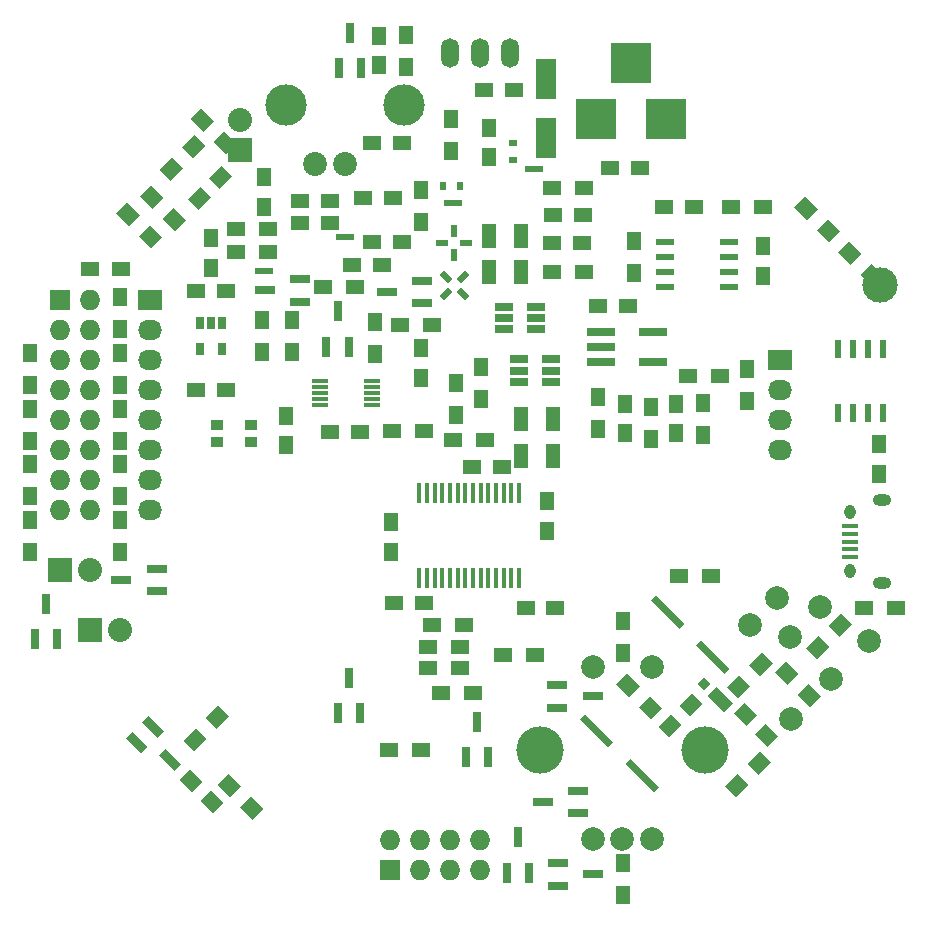
<source format=gbs>
G04 #@! TF.FileFunction,Soldermask,Bot*
%FSLAX46Y46*%
G04 Gerber Fmt 4.6, Leading zero omitted, Abs format (unit mm)*
G04 Created by KiCad (PCBNEW 4.0.5-e0-6337~49~ubuntu14.04.1) date Fri Jan 20 00:49:03 2017*
%MOMM*%
%LPD*%
G01*
G04 APERTURE LIST*
%ADD10C,0.200000*%
%ADD11R,0.800100X1.800860*%
%ADD12R,0.650000X1.060000*%
%ADD13R,1.500000X1.250000*%
%ADD14R,1.250000X1.500000*%
%ADD15R,3.500120X3.500120*%
%ADD16R,0.600000X0.700000*%
%ADD17R,0.700000X0.600000*%
%ADD18R,1.800860X3.500120*%
%ADD19R,1.800860X0.800100*%
%ADD20C,2.000000*%
%ADD21R,1.500000X0.600000*%
%ADD22R,1.200000X2.000000*%
%ADD23R,1.000000X0.825000*%
%ADD24C,2.024000*%
%ADD25C,3.500000*%
%ADD26R,1.350000X0.400000*%
%ADD27O,0.950000X1.250000*%
%ADD28O,1.550000X1.000000*%
%ADD29R,2.032000X2.032000*%
%ADD30O,2.032000X2.032000*%
%ADD31R,1.727200X1.727200*%
%ADD32O,1.727200X1.727200*%
%ADD33R,2.032000X1.727200*%
%ADD34O,2.032000X1.727200*%
%ADD35O,1.501140X2.499360*%
%ADD36R,1.300000X1.500000*%
%ADD37R,1.500000X1.300000*%
%ADD38C,4.000000*%
%ADD39R,2.400000X0.760000*%
%ADD40R,1.400000X0.300000*%
%ADD41R,0.600000X1.550000*%
%ADD42R,1.560000X0.650000*%
%ADD43R,1.550000X0.600000*%
%ADD44R,0.450000X1.750000*%
%ADD45C,3.000000*%
%ADD46R,1.000000X0.500000*%
%ADD47R,0.500000X1.000000*%
G04 APERTURE END LIST*
D10*
D11*
X133690400Y-75059540D03*
X131790400Y-75059540D03*
X132740400Y-72057260D03*
D12*
X121097000Y-73068000D03*
X122047000Y-73068000D03*
X122997000Y-73068000D03*
X122997000Y-75268000D03*
X121097000Y-75268000D03*
D13*
X120797000Y-70358000D03*
X123297000Y-70358000D03*
X120797000Y-78740000D03*
X123297000Y-78740000D03*
D14*
X128397000Y-80919000D03*
X128397000Y-83419000D03*
D13*
X132100000Y-82296000D03*
X134600000Y-82296000D03*
D14*
X139827000Y-75204000D03*
X139827000Y-77704000D03*
D13*
X129560000Y-62738000D03*
X132060000Y-62738000D03*
D14*
X126492000Y-63226000D03*
X126492000Y-60726000D03*
D13*
X137394000Y-62484000D03*
X134894000Y-62484000D03*
X135656000Y-66167000D03*
X138156000Y-66167000D03*
D14*
X121983500Y-68369500D03*
X121983500Y-65869500D03*
D13*
X132060000Y-64579500D03*
X129560000Y-64579500D03*
X155849000Y-59944000D03*
X158349000Y-59944000D03*
D14*
X178562000Y-83332000D03*
X178562000Y-85832000D03*
X145542000Y-59035000D03*
X145542000Y-56535000D03*
D13*
X138156000Y-57785000D03*
X135656000Y-57785000D03*
D10*
G36*
X120947729Y-63451155D02*
X120063845Y-62567271D01*
X121124505Y-61506611D01*
X122008389Y-62390495D01*
X120947729Y-63451155D01*
X120947729Y-63451155D01*
G37*
G36*
X122715495Y-61683389D02*
X121831611Y-60799505D01*
X122892271Y-59738845D01*
X123776155Y-60622729D01*
X122715495Y-61683389D01*
X122715495Y-61683389D01*
G37*
D14*
X136207500Y-48724500D03*
X136207500Y-51224500D03*
D13*
X145181000Y-53340000D03*
X147681000Y-53340000D03*
X157333000Y-71628000D03*
X154833000Y-71628000D03*
X153396000Y-66294000D03*
X150896000Y-66294000D03*
D14*
X157099000Y-79903000D03*
X157099000Y-82403000D03*
D13*
X151023000Y-63881000D03*
X153523000Y-63881000D03*
D14*
X161417000Y-79903000D03*
X161417000Y-82403000D03*
D13*
X160421000Y-63246000D03*
X162921000Y-63246000D03*
D14*
X168783000Y-69068000D03*
X168783000Y-66568000D03*
D13*
X136505000Y-68135500D03*
X134005000Y-68135500D03*
D10*
G36*
X119365345Y-111740229D02*
X120249229Y-110856345D01*
X121309889Y-111917005D01*
X120426005Y-112800889D01*
X119365345Y-111740229D01*
X119365345Y-111740229D01*
G37*
G36*
X121133111Y-113507995D02*
X122016995Y-112624111D01*
X123077655Y-113684771D01*
X122193771Y-114568655D01*
X121133111Y-113507995D01*
X121133111Y-113507995D01*
G37*
G36*
X160825729Y-108129755D02*
X159941845Y-107245871D01*
X161002505Y-106185211D01*
X161886389Y-107069095D01*
X160825729Y-108129755D01*
X160825729Y-108129755D01*
G37*
G36*
X162593495Y-106361989D02*
X161709611Y-105478105D01*
X162770271Y-104417445D01*
X163654155Y-105301329D01*
X162593495Y-106361989D01*
X162593495Y-106361989D01*
G37*
D14*
X137287000Y-89936000D03*
X137287000Y-92436000D03*
D13*
X137561000Y-96774000D03*
X140061000Y-96774000D03*
D14*
X150495000Y-88158000D03*
X150495000Y-90658000D03*
D13*
X144165000Y-85217000D03*
X146665000Y-85217000D03*
D10*
G36*
X159660863Y-96117598D02*
X162065026Y-98521761D01*
X161640761Y-98946026D01*
X159236598Y-96541863D01*
X159660863Y-96117598D01*
X159660863Y-96117598D01*
G37*
G36*
X163479239Y-99935974D02*
X165883402Y-102340137D01*
X165459137Y-102764402D01*
X163054974Y-100360239D01*
X163479239Y-99935974D01*
X163479239Y-99935974D01*
G37*
G36*
X166291845Y-106088729D02*
X167175729Y-105204845D01*
X168236389Y-106265505D01*
X167352505Y-107149389D01*
X166291845Y-106088729D01*
X166291845Y-106088729D01*
G37*
G36*
X168059611Y-107856495D02*
X168943495Y-106972611D01*
X170004155Y-108033271D01*
X169120271Y-108917155D01*
X168059611Y-107856495D01*
X168059611Y-107856495D01*
G37*
D13*
X148673500Y-97218500D03*
X151173500Y-97218500D03*
D10*
G36*
X153691863Y-106150598D02*
X156096026Y-108554761D01*
X155671761Y-108979026D01*
X153267598Y-106574863D01*
X153691863Y-106150598D01*
X153691863Y-106150598D01*
G37*
G36*
X157510239Y-109968974D02*
X159914402Y-112373137D01*
X159490137Y-112797402D01*
X157085974Y-110393239D01*
X157510239Y-109968974D01*
X157510239Y-109968974D01*
G37*
D15*
X154581860Y-55753000D03*
X160581340Y-55753000D03*
X157581600Y-51054000D03*
D16*
X141667000Y-61468000D03*
X143067000Y-61468000D03*
D17*
X147574000Y-57847000D03*
X147574000Y-59247000D03*
D18*
X150368000Y-57363360D03*
X150368000Y-52364640D03*
D11*
X134744500Y-51475640D03*
X132844500Y-51475640D03*
X133794500Y-48473360D03*
D10*
G36*
X163221702Y-103589387D02*
X163787387Y-103023702D01*
X164353072Y-103589387D01*
X163787387Y-104155072D01*
X163221702Y-103589387D01*
X163221702Y-103589387D01*
G37*
G36*
X164038410Y-104618228D02*
X164816228Y-103840410D01*
X166230442Y-105254624D01*
X165452624Y-106032442D01*
X164038410Y-104618228D01*
X164038410Y-104618228D01*
G37*
G36*
X116095604Y-109495863D02*
X114822204Y-108222463D01*
X115387960Y-107656707D01*
X116661360Y-108930107D01*
X116095604Y-109495863D01*
X116095604Y-109495863D01*
G37*
G36*
X117439107Y-108152360D02*
X116165707Y-106878960D01*
X116731463Y-106313204D01*
X118004863Y-107586604D01*
X117439107Y-108152360D01*
X117439107Y-108152360D01*
G37*
G36*
X118890288Y-110947044D02*
X117616888Y-109673644D01*
X118182644Y-109107888D01*
X119456044Y-110381288D01*
X118890288Y-110947044D01*
X118890288Y-110947044D01*
G37*
D19*
X117426740Y-93842800D03*
X117426740Y-95742800D03*
X114424460Y-94792800D03*
D11*
X109001600Y-99849940D03*
X107101600Y-99849940D03*
X108051600Y-96847660D03*
D10*
G36*
X171410457Y-63236695D02*
X172329695Y-62317457D01*
X173390355Y-63378117D01*
X172471117Y-64297355D01*
X171410457Y-63236695D01*
X171410457Y-63236695D01*
G37*
G36*
X173319645Y-65145883D02*
X174238883Y-64226645D01*
X175299543Y-65287305D01*
X174380305Y-66206543D01*
X173319645Y-65145883D01*
X173319645Y-65145883D01*
G37*
G36*
X175396305Y-97623457D02*
X176315543Y-98542695D01*
X175254883Y-99603355D01*
X174335645Y-98684117D01*
X175396305Y-97623457D01*
X175396305Y-97623457D01*
G37*
G36*
X173487117Y-99532645D02*
X174406355Y-100451883D01*
X173345695Y-101512543D01*
X172426457Y-100593305D01*
X173487117Y-99532645D01*
X173487117Y-99532645D01*
G37*
G36*
X166462295Y-113196543D02*
X165543057Y-112277305D01*
X166603717Y-111216645D01*
X167522955Y-112135883D01*
X166462295Y-113196543D01*
X166462295Y-113196543D01*
G37*
G36*
X168371483Y-111287355D02*
X167452245Y-110368117D01*
X168512905Y-109307457D01*
X169432143Y-110226695D01*
X168371483Y-111287355D01*
X168371483Y-111287355D01*
G37*
G36*
X168665305Y-100925457D02*
X169584543Y-101844695D01*
X168523883Y-102905355D01*
X167604645Y-101986117D01*
X168665305Y-100925457D01*
X168665305Y-100925457D01*
G37*
G36*
X166756117Y-102834645D02*
X167675355Y-103753883D01*
X166614695Y-104814543D01*
X165695457Y-103895305D01*
X166756117Y-102834645D01*
X166756117Y-102834645D01*
G37*
D20*
X171164365Y-106578590D03*
X173568528Y-97103359D03*
X167699542Y-98588284D03*
X169962284Y-96325542D03*
X177740458Y-100002497D03*
X174558478Y-103184478D03*
X171022944Y-99648944D03*
D21*
X126471000Y-68633000D03*
X133371000Y-65733000D03*
X149373000Y-60018000D03*
X142473000Y-62918000D03*
D22*
X145567400Y-68707000D03*
X148310600Y-68707000D03*
X148234400Y-81153000D03*
X150977600Y-81153000D03*
X148310600Y-65659000D03*
X145567400Y-65659000D03*
X150977600Y-84328000D03*
X148234400Y-84328000D03*
D23*
X122533600Y-81661000D03*
X125370400Y-81661000D03*
X125370400Y-83134200D03*
X122533600Y-83134200D03*
D24*
X133350000Y-59610000D03*
X130810000Y-59610000D03*
D25*
X128350000Y-54610000D03*
X138350000Y-54610000D03*
D26*
X176110460Y-90266100D03*
X176110460Y-90916100D03*
X176110460Y-91566100D03*
X176110460Y-92216100D03*
X176110460Y-92866100D03*
D27*
X176110460Y-89066100D03*
X176110460Y-94066100D03*
D28*
X178810460Y-88066100D03*
X178810460Y-95066100D03*
D29*
X111760000Y-99060000D03*
D30*
X114300000Y-99060000D03*
D29*
X109220000Y-93980000D03*
D30*
X111760000Y-93980000D03*
D31*
X109220000Y-71120000D03*
D32*
X111760000Y-71120000D03*
X109220000Y-73660000D03*
X111760000Y-73660000D03*
X109220000Y-76200000D03*
X111760000Y-76200000D03*
X109220000Y-78740000D03*
X111760000Y-78740000D03*
X109220000Y-81280000D03*
X111760000Y-81280000D03*
X109220000Y-83820000D03*
X111760000Y-83820000D03*
X109220000Y-86360000D03*
X111760000Y-86360000D03*
X109220000Y-88900000D03*
X111760000Y-88900000D03*
D33*
X116840000Y-71120000D03*
D34*
X116840000Y-73660000D03*
X116840000Y-76200000D03*
X116840000Y-78740000D03*
X116840000Y-81280000D03*
X116840000Y-83820000D03*
X116840000Y-86360000D03*
X116840000Y-88900000D03*
D33*
X170180000Y-76200000D03*
D34*
X170180000Y-78740000D03*
X170180000Y-81280000D03*
X170180000Y-83820000D03*
D31*
X137160000Y-119380000D03*
D32*
X137160000Y-116840000D03*
X139700000Y-119380000D03*
X139700000Y-116840000D03*
X142240000Y-119380000D03*
X142240000Y-116840000D03*
X144780000Y-119380000D03*
X144780000Y-116840000D03*
D29*
X124460000Y-58420000D03*
D30*
X124460000Y-55880000D03*
D35*
X144780000Y-50165000D03*
X142240000Y-50165000D03*
X147320000Y-50165000D03*
D19*
X139931140Y-69471500D03*
X139931140Y-71371500D03*
X136928860Y-70421500D03*
D36*
X128905000Y-72818000D03*
X128905000Y-75518000D03*
X126365000Y-72818000D03*
X126365000Y-75518000D03*
X142748000Y-78152000D03*
X142748000Y-80852000D03*
X144907000Y-76755000D03*
X144907000Y-79455000D03*
D37*
X137381000Y-82169000D03*
X140081000Y-82169000D03*
X142541000Y-82931000D03*
X145241000Y-82931000D03*
D36*
X135890000Y-72945000D03*
X135890000Y-75645000D03*
D37*
X134192000Y-70040500D03*
X131492000Y-70040500D03*
D36*
X139827000Y-61769000D03*
X139827000Y-64469000D03*
D37*
X124126000Y-67056000D03*
X126826000Y-67056000D03*
X124126000Y-65087500D03*
X126826000Y-65087500D03*
D10*
G36*
X175093457Y-67046695D02*
X176012695Y-66127457D01*
X177073355Y-67188117D01*
X176154117Y-68107355D01*
X175093457Y-67046695D01*
X175093457Y-67046695D01*
G37*
G36*
X177002645Y-68955883D02*
X177921883Y-68036645D01*
X178982543Y-69097305D01*
X178063305Y-70016543D01*
X177002645Y-68955883D01*
X177002645Y-68955883D01*
G37*
D36*
X142367000Y-55800000D03*
X142367000Y-58500000D03*
D10*
G36*
X119902143Y-64372905D02*
X118982905Y-65292143D01*
X117922245Y-64231483D01*
X118841483Y-63312245D01*
X119902143Y-64372905D01*
X119902143Y-64372905D01*
G37*
G36*
X117992955Y-62463717D02*
X117073717Y-63382955D01*
X116013057Y-62322295D01*
X116932295Y-61403057D01*
X117992955Y-62463717D01*
X117992955Y-62463717D01*
G37*
D36*
X138557000Y-48688000D03*
X138557000Y-51388000D03*
D10*
G36*
X114006457Y-63744695D02*
X114925695Y-62825457D01*
X115986355Y-63886117D01*
X115067117Y-64805355D01*
X114006457Y-63744695D01*
X114006457Y-63744695D01*
G37*
G36*
X115915645Y-65653883D02*
X116834883Y-64734645D01*
X117895543Y-65795305D01*
X116976305Y-66714543D01*
X115915645Y-65653883D01*
X115915645Y-65653883D01*
G37*
G36*
X118608695Y-60999543D02*
X117689457Y-60080305D01*
X118750117Y-59019645D01*
X119669355Y-59938883D01*
X118608695Y-60999543D01*
X118608695Y-60999543D01*
G37*
G36*
X120517883Y-59090355D02*
X119598645Y-58171117D01*
X120659305Y-57110457D01*
X121578543Y-58029695D01*
X120517883Y-59090355D01*
X120517883Y-59090355D01*
G37*
D37*
X150923000Y-68707000D03*
X153623000Y-68707000D03*
D36*
X154813000Y-81995000D03*
X154813000Y-79295000D03*
D37*
X150923000Y-61595000D03*
X153623000Y-61595000D03*
D36*
X163703000Y-79803000D03*
X163703000Y-82503000D03*
X157861000Y-68787000D03*
X157861000Y-66087000D03*
D37*
X168736000Y-63246000D03*
X166036000Y-63246000D03*
D36*
X167386000Y-79632800D03*
X167386000Y-76932800D03*
D37*
X165078400Y-77571600D03*
X162378400Y-77571600D03*
D36*
X159258000Y-80184000D03*
X159258000Y-82884000D03*
D10*
G36*
X120577195Y-109323043D02*
X119657957Y-108403805D01*
X120718617Y-107343145D01*
X121637855Y-108262383D01*
X120577195Y-109323043D01*
X120577195Y-109323043D01*
G37*
G36*
X122486383Y-107413855D02*
X121567145Y-106494617D01*
X122627805Y-105433957D01*
X123547043Y-106353195D01*
X122486383Y-107413855D01*
X122486383Y-107413855D01*
G37*
G36*
X122578957Y-112131695D02*
X123498195Y-111212457D01*
X124558855Y-112273117D01*
X123639617Y-113192355D01*
X122578957Y-112131695D01*
X122578957Y-112131695D01*
G37*
G36*
X124488145Y-114040883D02*
X125407383Y-113121645D01*
X126468043Y-114182305D01*
X125548805Y-115101543D01*
X124488145Y-114040883D01*
X124488145Y-114040883D01*
G37*
D37*
X138032500Y-73215500D03*
X140732500Y-73215500D03*
D10*
G36*
X120292957Y-55807195D02*
X121212195Y-54887957D01*
X122272855Y-55948617D01*
X121353617Y-56867855D01*
X120292957Y-55807195D01*
X120292957Y-55807195D01*
G37*
G36*
X122202145Y-57716383D02*
X123121383Y-56797145D01*
X124182043Y-57857805D01*
X123262805Y-58777043D01*
X122202145Y-57716383D01*
X122202145Y-57716383D01*
G37*
D37*
X139780000Y-109169200D03*
X137080000Y-109169200D03*
X164316400Y-94437200D03*
X161616400Y-94437200D03*
D36*
X156870400Y-121492000D03*
X156870400Y-118792000D03*
D37*
X140382000Y-102235000D03*
X143082000Y-102235000D03*
X140382000Y-100457000D03*
X143082000Y-100457000D03*
X140759200Y-98653600D03*
X143459200Y-98653600D03*
D10*
G36*
X156348257Y-103622695D02*
X157267495Y-102703457D01*
X158328155Y-103764117D01*
X157408917Y-104683355D01*
X156348257Y-103622695D01*
X156348257Y-103622695D01*
G37*
G36*
X158257445Y-105531883D02*
X159176683Y-104612645D01*
X160237343Y-105673305D01*
X159318105Y-106592543D01*
X158257445Y-105531883D01*
X158257445Y-105531883D01*
G37*
D36*
X156921200Y-100968800D03*
X156921200Y-98268800D03*
D37*
X144225000Y-104394000D03*
X141525000Y-104394000D03*
X149432000Y-101193600D03*
X146732000Y-101193600D03*
D10*
G36*
X169759457Y-102606695D02*
X170678695Y-101687457D01*
X171739355Y-102748117D01*
X170820117Y-103667355D01*
X169759457Y-102606695D01*
X169759457Y-102606695D01*
G37*
G36*
X171668645Y-104515883D02*
X172587883Y-103596645D01*
X173648543Y-104657305D01*
X172729305Y-105576543D01*
X171668645Y-104515883D01*
X171668645Y-104515883D01*
G37*
D37*
X180039000Y-97155000D03*
X177339000Y-97155000D03*
D36*
X106680000Y-75612000D03*
X106680000Y-78312000D03*
X106680000Y-80311000D03*
X106680000Y-83011000D03*
X106680000Y-85010000D03*
X106680000Y-87710000D03*
X106680000Y-89709000D03*
X106680000Y-92409000D03*
D37*
X111743500Y-68453000D03*
X114443500Y-68453000D03*
D36*
X114300000Y-70849500D03*
X114300000Y-73549500D03*
X114300000Y-75612000D03*
X114300000Y-78312000D03*
X114300000Y-80311000D03*
X114300000Y-83011000D03*
X114300000Y-85010000D03*
X114300000Y-87710000D03*
X114300000Y-89709000D03*
X114300000Y-92409000D03*
D20*
X154345000Y-116720000D03*
X159345000Y-116720000D03*
X156845000Y-116720000D03*
X154345000Y-102220000D03*
X159345000Y-102220000D03*
D38*
X149845000Y-109220000D03*
X163845000Y-109220000D03*
D39*
X159441000Y-73787000D03*
X159441000Y-76327000D03*
X155011000Y-73787000D03*
X155011000Y-75057000D03*
X155011000Y-76327000D03*
D40*
X131277000Y-79994000D03*
X131277000Y-79494000D03*
X131277000Y-78994000D03*
X131277000Y-78494000D03*
X131277000Y-77994000D03*
X135677000Y-77994000D03*
X135677000Y-78494000D03*
X135677000Y-78994000D03*
X135677000Y-79494000D03*
X135677000Y-79994000D03*
D41*
X178943000Y-80678000D03*
X177673000Y-80678000D03*
X176403000Y-80678000D03*
X175133000Y-80678000D03*
X175133000Y-75278000D03*
X176403000Y-75278000D03*
X177673000Y-75278000D03*
X178943000Y-75278000D03*
D42*
X149559000Y-71694000D03*
X149559000Y-72644000D03*
X149559000Y-73594000D03*
X146859000Y-73594000D03*
X146859000Y-71694000D03*
X146859000Y-72644000D03*
X150829000Y-76139000D03*
X150829000Y-77089000D03*
X150829000Y-78039000D03*
X148129000Y-78039000D03*
X148129000Y-76139000D03*
X148129000Y-77089000D03*
D43*
X160495000Y-69977000D03*
X160495000Y-68707000D03*
X160495000Y-67437000D03*
X160495000Y-66167000D03*
X165895000Y-66167000D03*
X165895000Y-67437000D03*
X165895000Y-68707000D03*
X165895000Y-69977000D03*
D44*
X139666000Y-87459000D03*
X140316000Y-87459000D03*
X140966000Y-87459000D03*
X141616000Y-87459000D03*
X142266000Y-87459000D03*
X142916000Y-87459000D03*
X143566000Y-87459000D03*
X144216000Y-87459000D03*
X144866000Y-87459000D03*
X145516000Y-87459000D03*
X146166000Y-87459000D03*
X146816000Y-87459000D03*
X147466000Y-87459000D03*
X148116000Y-87459000D03*
X148116000Y-94659000D03*
X147466000Y-94659000D03*
X146816000Y-94659000D03*
X146166000Y-94659000D03*
X145516000Y-94659000D03*
X144866000Y-94659000D03*
X144216000Y-94659000D03*
X143566000Y-94659000D03*
X142916000Y-94659000D03*
X142266000Y-94659000D03*
X141616000Y-94659000D03*
X140966000Y-94659000D03*
X140316000Y-94659000D03*
X139666000Y-94659000D03*
D45*
X178689000Y-69850000D03*
D10*
G36*
X141725803Y-68601250D02*
X142432910Y-69308357D01*
X142079357Y-69661910D01*
X141372250Y-68954803D01*
X141725803Y-68601250D01*
X141725803Y-68601250D01*
G37*
G36*
X143162643Y-70038090D02*
X143869750Y-70745197D01*
X143516197Y-71098750D01*
X142809090Y-70391643D01*
X143162643Y-70038090D01*
X143162643Y-70038090D01*
G37*
G36*
X143516197Y-68601250D02*
X143869750Y-68954803D01*
X143162643Y-69661910D01*
X142809090Y-69308357D01*
X143516197Y-68601250D01*
X143516197Y-68601250D01*
G37*
G36*
X142079357Y-70038090D02*
X142432910Y-70391643D01*
X141725803Y-71098750D01*
X141372250Y-70745197D01*
X142079357Y-70038090D01*
X142079357Y-70038090D01*
G37*
D46*
X141605000Y-66294000D03*
X143637000Y-66294000D03*
D47*
X142621000Y-65278000D03*
X142621000Y-67310000D03*
D19*
X129580640Y-69344500D03*
X129580640Y-71244500D03*
X126578360Y-70294500D03*
D11*
X134655600Y-106098340D03*
X132755600Y-106098340D03*
X133705600Y-103096060D03*
X145476000Y-109806740D03*
X143576000Y-109806740D03*
X144526000Y-106804460D03*
D19*
X151343360Y-105623400D03*
X151343360Y-103723400D03*
X154345640Y-104673400D03*
D11*
X148981200Y-119611140D03*
X147081200Y-119611140D03*
X148031200Y-116608860D03*
D19*
X151406860Y-120685600D03*
X151406860Y-118785600D03*
X154409140Y-119735600D03*
X153139140Y-112638800D03*
X153139140Y-114538800D03*
X150136860Y-113588800D03*
M02*

</source>
